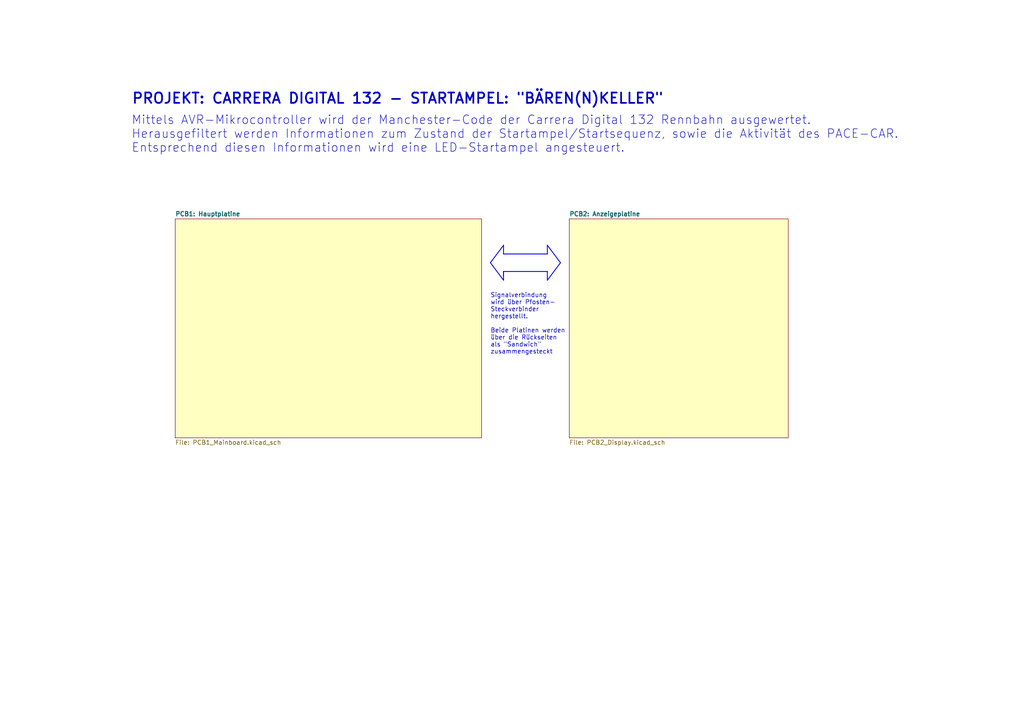
<source format=kicad_sch>
(kicad_sch
	(version 20231120)
	(generator "eeschema")
	(generator_version "8.0")
	(uuid "e63e39d7-6ac0-4ffd-8aa3-1841a4541b55")
	(paper "A4")
	(title_block
		(title "Carrera Start-Ampel \"Bäre(n)keller\"")
		(date "2023-01-10")
		(rev "1.0")
		(company "Andreas Wahl - Welzheim")
		(comment 1 "https://www.andreas-wahl.de/")
		(comment 4 "LICENSE: Attribution-NonCommercial-NoDerivatives 4.0 International (CC BY-NC-ND 4.0) ")
	)
	(lib_symbols)
	(polyline
		(pts
			(xy 146.05 78.74) (xy 146.05 81.28)
		)
		(stroke
			(width 0.25)
			(type solid)
			(color 0 0 240 1)
		)
		(uuid "211115da-c0f0-42ab-bdf6-9779f7dfdd65")
	)
	(polyline
		(pts
			(xy 146.05 73.66) (xy 158.75 73.66)
		)
		(stroke
			(width 0.25)
			(type solid)
			(color 0 0 240 1)
		)
		(uuid "4420935c-90ff-4b9c-890f-6fb9f2859a11")
	)
	(polyline
		(pts
			(xy 142.24 76.2) (xy 146.05 81.28)
		)
		(stroke
			(width 0.25)
			(type solid)
			(color 0 0 240 1)
		)
		(uuid "630b8b0d-23a5-4bea-93f6-a7c3ef0abc2b")
	)
	(polyline
		(pts
			(xy 162.56 76.2) (xy 158.75 81.28)
		)
		(stroke
			(width 0.25)
			(type solid)
			(color 0 0 240 1)
		)
		(uuid "69946e69-8fe4-48a5-b7d1-ca6775e4099a")
	)
	(polyline
		(pts
			(xy 146.05 80.01) (xy 146.05 78.74)
		)
		(stroke
			(width 0.25)
			(type solid)
			(color 0 0 240 1)
		)
		(uuid "98e9348a-d315-4323-b832-d3dc769e95c7")
	)
	(polyline
		(pts
			(xy 158.75 81.28) (xy 158.75 78.74)
		)
		(stroke
			(width 0.25)
			(type solid)
			(color 0 0 240 1)
		)
		(uuid "a8efbf70-ec0d-434f-a675-92cfd8995ee2")
	)
	(polyline
		(pts
			(xy 158.75 73.66) (xy 158.75 71.12)
		)
		(stroke
			(width 0.25)
			(type solid)
			(color 0 0 240 1)
		)
		(uuid "af436475-59fe-4b3b-a35e-5c51576866e0")
	)
	(polyline
		(pts
			(xy 158.75 71.12) (xy 162.56 76.2)
		)
		(stroke
			(width 0.25)
			(type solid)
			(color 0 0 240 1)
		)
		(uuid "bfc4279c-6e14-4e4d-9f3f-11710dd30f32")
	)
	(polyline
		(pts
			(xy 158.75 78.74) (xy 146.05 78.74)
		)
		(stroke
			(width 0.25)
			(type solid)
			(color 0 0 240 1)
		)
		(uuid "c63bbc12-eafa-4d8d-9c53-399717a41481")
	)
	(polyline
		(pts
			(xy 142.24 76.2) (xy 146.05 71.12)
		)
		(stroke
			(width 0.25)
			(type solid)
			(color 0 0 240 1)
		)
		(uuid "dd7d681d-c843-47ea-a77f-4b7d9a39d7ea")
	)
	(polyline
		(pts
			(xy 146.05 71.12) (xy 146.05 73.66)
		)
		(stroke
			(width 0.25)
			(type solid)
			(color 0 0 240 1)
		)
		(uuid "e1836fd3-af02-40d7-a719-4c90791eb6e4")
	)
	(text "Mittels AVR-Mikrocontroller wird der Manchester-Code der Carrera Digital 132 Rennbahn ausgewertet.\nHerausgefiltert werden Informationen zum Zustand der Startampel/Startsequenz, sowie die Aktivität des PACE-CAR.\nEntsprechend diesen Informationen wird eine LED-Startampel angesteuert.\n"
		(exclude_from_sim no)
		(at 38.1 44.45 0)
		(effects
			(font
				(size 2.5 2.5)
			)
			(justify left bottom)
		)
		(uuid "36970c27-997b-417a-9793-8308a383da1f")
	)
	(text "Signalverbindung \nwird über Pfosten-\nSteckverbinder\nhergestellt.\n\nBeide Platinen werden\nüber die Rückseiten\nals \"Sandwich\"\nzusammengesteckt"
		(exclude_from_sim no)
		(at 142.24 102.87 0)
		(effects
			(font
				(size 1.27 1.27)
			)
			(justify left bottom)
		)
		(uuid "afac9d95-ce9e-4b45-9e7f-af9d66d36228")
	)
	(text "PROJEKT: CARRERA DIGITAL 132 - STARTAMPEL: \"BÄREN(N)KELLER\""
		(exclude_from_sim no)
		(at 38.1 30.48 0)
		(effects
			(font
				(size 3 3)
				(thickness 0.5)
				(bold yes)
			)
			(justify left bottom)
		)
		(uuid "b5b77af8-f7da-4599-bb98-046f20199f1d")
	)
	(sheet
		(at 50.8 63.5)
		(size 88.9 63.5)
		(fields_autoplaced yes)
		(stroke
			(width 0.1524)
			(type solid)
		)
		(fill
			(color 255 255 194 1.0000)
		)
		(uuid "3c7225be-0e5f-435d-9f37-bd4538e8d536")
		(property "Sheetname" "PCB1: Hauptplatine"
			(at 50.8 62.7884 0)
			(effects
				(font
					(size 1.27 1.27)
					(bold yes)
				)
				(justify left bottom)
			)
		)
		(property "Sheetfile" "PCB1_Mainboard.kicad_sch"
			(at 50.8 127.5846 0)
			(effects
				(font
					(size 1.27 1.27)
				)
				(justify left top)
			)
		)
		(instances
			(project "Startlight-Baerenkeller"
				(path "/e63e39d7-6ac0-4ffd-8aa3-1841a4541b55"
					(page "2")
				)
			)
		)
	)
	(sheet
		(at 165.1 63.5)
		(size 63.5 63.5)
		(fields_autoplaced yes)
		(stroke
			(width 0.1524)
			(type solid)
		)
		(fill
			(color 255 255 194 1.0000)
		)
		(uuid "6f252de8-4e33-4d64-8d6f-88700c27788c")
		(property "Sheetname" "PCB2: Anzeigeplatine"
			(at 165.1 62.7884 0)
			(effects
				(font
					(size 1.27 1.27)
					(bold yes)
				)
				(justify left bottom)
			)
		)
		(property "Sheetfile" "PCB2_Display.kicad_sch"
			(at 165.1 127.5846 0)
			(effects
				(font
					(size 1.27 1.27)
				)
				(justify left top)
			)
		)
		(instances
			(project "Startlight-Baerenkeller"
				(path "/e63e39d7-6ac0-4ffd-8aa3-1841a4541b55"
					(page "6")
				)
			)
		)
	)
	(sheet_instances
		(path "/"
			(page "1")
		)
	)
)

</source>
